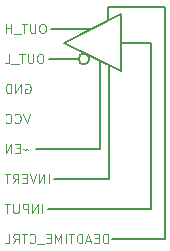
<source format=gbr>
%TF.GenerationSoftware,KiCad,Pcbnew,6.0.2-1.fc35*%
%TF.CreationDate,2022-03-27T16:33:53-04:00*%
%TF.ProjectId,DeadTimeInsertionPCB,44656164-5469-46d6-9549-6e7365727469,rev?*%
%TF.SameCoordinates,Original*%
%TF.FileFunction,Legend,Bot*%
%TF.FilePolarity,Positive*%
%FSLAX46Y46*%
G04 Gerber Fmt 4.6, Leading zero omitted, Abs format (unit mm)*
G04 Created by KiCad (PCBNEW 6.0.2-1.fc35) date 2022-03-27 16:33:53*
%MOMM*%
%LPD*%
G01*
G04 APERTURE LIST*
%ADD10C,0.150000*%
%ADD11C,0.125000*%
G04 APERTURE END LIST*
D10*
X124841000Y-81661000D02*
X124841000Y-72009000D01*
X129540000Y-86741000D02*
X125095000Y-86741000D01*
X129540000Y-67056000D02*
X129540000Y-86741000D01*
X124714000Y-67056000D02*
X129540000Y-67056000D01*
X124714000Y-68199000D02*
X124714000Y-67056000D01*
X128397000Y-70104000D02*
X125857000Y-70104000D01*
X128397000Y-84201000D02*
X128397000Y-70104000D01*
X119634000Y-84201000D02*
X128397000Y-84201000D01*
X120142000Y-81661000D02*
X124841000Y-81661000D01*
X124079000Y-79121000D02*
X124079000Y-71628000D01*
X118618000Y-79121000D02*
X124079000Y-79121000D01*
X119761000Y-71501000D02*
X122224095Y-71501000D01*
X123139905Y-71501000D02*
G75*
G03*
X123139905Y-71501000I-457905J0D01*
G01*
X119888000Y-68961000D02*
X123317000Y-68961000D01*
X125857000Y-72517000D02*
X121031000Y-70104000D01*
X125857000Y-67691000D02*
X125857000Y-72517000D01*
X121031000Y-70104000D02*
X125857000Y-67691000D01*
D11*
X119253345Y-68515080D02*
X119102869Y-68515080D01*
X119027630Y-68552700D01*
X118952392Y-68627938D01*
X118914773Y-68778414D01*
X118914773Y-69041747D01*
X118952392Y-69192223D01*
X119027630Y-69267461D01*
X119102869Y-69305080D01*
X119253345Y-69305080D01*
X119328583Y-69267461D01*
X119403821Y-69192223D01*
X119441440Y-69041747D01*
X119441440Y-68778414D01*
X119403821Y-68627938D01*
X119328583Y-68552700D01*
X119253345Y-68515080D01*
X118576202Y-68515080D02*
X118576202Y-69154604D01*
X118538583Y-69229842D01*
X118500964Y-69267461D01*
X118425726Y-69305080D01*
X118275250Y-69305080D01*
X118200011Y-69267461D01*
X118162392Y-69229842D01*
X118124773Y-69154604D01*
X118124773Y-68515080D01*
X117861440Y-68515080D02*
X117410011Y-68515080D01*
X117635726Y-69305080D02*
X117635726Y-68515080D01*
X117334773Y-69380319D02*
X116732869Y-69380319D01*
X116544773Y-69305080D02*
X116544773Y-68515080D01*
X116544773Y-68891271D02*
X116093345Y-68891271D01*
X116093345Y-69305080D02*
X116093345Y-68515080D01*
X119065250Y-71058880D02*
X118914773Y-71058880D01*
X118839535Y-71096500D01*
X118764297Y-71171738D01*
X118726678Y-71322214D01*
X118726678Y-71585547D01*
X118764297Y-71736023D01*
X118839535Y-71811261D01*
X118914773Y-71848880D01*
X119065250Y-71848880D01*
X119140488Y-71811261D01*
X119215726Y-71736023D01*
X119253345Y-71585547D01*
X119253345Y-71322214D01*
X119215726Y-71171738D01*
X119140488Y-71096500D01*
X119065250Y-71058880D01*
X118388107Y-71058880D02*
X118388107Y-71698404D01*
X118350488Y-71773642D01*
X118312869Y-71811261D01*
X118237630Y-71848880D01*
X118087154Y-71848880D01*
X118011916Y-71811261D01*
X117974297Y-71773642D01*
X117936678Y-71698404D01*
X117936678Y-71058880D01*
X117673345Y-71058880D02*
X117221916Y-71058880D01*
X117447630Y-71848880D02*
X117447630Y-71058880D01*
X117146678Y-71924119D02*
X116544773Y-71924119D01*
X115980488Y-71848880D02*
X116356678Y-71848880D01*
X116356678Y-71058880D01*
X117710964Y-73640300D02*
X117786202Y-73602680D01*
X117899059Y-73602680D01*
X118011916Y-73640300D01*
X118087154Y-73715538D01*
X118124773Y-73790776D01*
X118162392Y-73941252D01*
X118162392Y-74054109D01*
X118124773Y-74204585D01*
X118087154Y-74279823D01*
X118011916Y-74355061D01*
X117899059Y-74392680D01*
X117823821Y-74392680D01*
X117710964Y-74355061D01*
X117673345Y-74317442D01*
X117673345Y-74054109D01*
X117823821Y-74054109D01*
X117334773Y-74392680D02*
X117334773Y-73602680D01*
X116883345Y-74392680D01*
X116883345Y-73602680D01*
X116507154Y-74392680D02*
X116507154Y-73602680D01*
X116319059Y-73602680D01*
X116206202Y-73640300D01*
X116130964Y-73715538D01*
X116093345Y-73790776D01*
X116055726Y-73941252D01*
X116055726Y-74054109D01*
X116093345Y-74204585D01*
X116130964Y-74279823D01*
X116206202Y-74355061D01*
X116319059Y-74392680D01*
X116507154Y-74392680D01*
X118087154Y-76146480D02*
X117823821Y-76936480D01*
X117560488Y-76146480D01*
X116845726Y-76861242D02*
X116883345Y-76898861D01*
X116996202Y-76936480D01*
X117071440Y-76936480D01*
X117184297Y-76898861D01*
X117259535Y-76823623D01*
X117297154Y-76748385D01*
X117334773Y-76597909D01*
X117334773Y-76485052D01*
X117297154Y-76334576D01*
X117259535Y-76259338D01*
X117184297Y-76184100D01*
X117071440Y-76146480D01*
X116996202Y-76146480D01*
X116883345Y-76184100D01*
X116845726Y-76221719D01*
X116055726Y-76861242D02*
X116093345Y-76898861D01*
X116206202Y-76936480D01*
X116281440Y-76936480D01*
X116394297Y-76898861D01*
X116469535Y-76823623D01*
X116507154Y-76748385D01*
X116544773Y-76597909D01*
X116544773Y-76485052D01*
X116507154Y-76334576D01*
X116469535Y-76259338D01*
X116394297Y-76184100D01*
X116281440Y-76146480D01*
X116206202Y-76146480D01*
X116093345Y-76184100D01*
X116055726Y-76221719D01*
X117936678Y-79179328D02*
X117899059Y-79141709D01*
X117823821Y-79104090D01*
X117673345Y-79179328D01*
X117598107Y-79141709D01*
X117560488Y-79104090D01*
X117259535Y-79066471D02*
X116996202Y-79066471D01*
X116883345Y-79480280D02*
X117259535Y-79480280D01*
X117259535Y-78690280D01*
X116883345Y-78690280D01*
X116544773Y-79480280D02*
X116544773Y-78690280D01*
X116093345Y-79480280D01*
X116093345Y-78690280D01*
X119704773Y-82024080D02*
X119704773Y-81234080D01*
X119328583Y-82024080D02*
X119328583Y-81234080D01*
X118877154Y-82024080D01*
X118877154Y-81234080D01*
X118613821Y-81234080D02*
X118350488Y-82024080D01*
X118087154Y-81234080D01*
X117823821Y-81610271D02*
X117560488Y-81610271D01*
X117447630Y-82024080D02*
X117823821Y-82024080D01*
X117823821Y-81234080D01*
X117447630Y-81234080D01*
X116657630Y-82024080D02*
X116920964Y-81647890D01*
X117109059Y-82024080D02*
X117109059Y-81234080D01*
X116808107Y-81234080D01*
X116732869Y-81271700D01*
X116695250Y-81309319D01*
X116657630Y-81384557D01*
X116657630Y-81497414D01*
X116695250Y-81572652D01*
X116732869Y-81610271D01*
X116808107Y-81647890D01*
X117109059Y-81647890D01*
X116431916Y-81234080D02*
X115980488Y-81234080D01*
X116206202Y-82024080D02*
X116206202Y-81234080D01*
X119140488Y-84567880D02*
X119140488Y-83777880D01*
X118764297Y-84567880D02*
X118764297Y-83777880D01*
X118312869Y-84567880D01*
X118312869Y-83777880D01*
X117936678Y-84567880D02*
X117936678Y-83777880D01*
X117635726Y-83777880D01*
X117560488Y-83815500D01*
X117522869Y-83853119D01*
X117485250Y-83928357D01*
X117485250Y-84041214D01*
X117522869Y-84116452D01*
X117560488Y-84154071D01*
X117635726Y-84191690D01*
X117936678Y-84191690D01*
X117146678Y-83777880D02*
X117146678Y-84417404D01*
X117109059Y-84492642D01*
X117071440Y-84530261D01*
X116996202Y-84567880D01*
X116845726Y-84567880D01*
X116770488Y-84530261D01*
X116732869Y-84492642D01*
X116695250Y-84417404D01*
X116695250Y-83777880D01*
X116431916Y-83777880D02*
X115980488Y-83777880D01*
X116206202Y-84567880D02*
X116206202Y-83777880D01*
X124708107Y-87111680D02*
X124708107Y-86321680D01*
X124520011Y-86321680D01*
X124407154Y-86359300D01*
X124331916Y-86434538D01*
X124294297Y-86509776D01*
X124256678Y-86660252D01*
X124256678Y-86773109D01*
X124294297Y-86923585D01*
X124331916Y-86998823D01*
X124407154Y-87074061D01*
X124520011Y-87111680D01*
X124708107Y-87111680D01*
X123918107Y-86697871D02*
X123654773Y-86697871D01*
X123541916Y-87111680D02*
X123918107Y-87111680D01*
X123918107Y-86321680D01*
X123541916Y-86321680D01*
X123240964Y-86885966D02*
X122864773Y-86885966D01*
X123316202Y-87111680D02*
X123052869Y-86321680D01*
X122789535Y-87111680D01*
X122526202Y-87111680D02*
X122526202Y-86321680D01*
X122338107Y-86321680D01*
X122225250Y-86359300D01*
X122150011Y-86434538D01*
X122112392Y-86509776D01*
X122074773Y-86660252D01*
X122074773Y-86773109D01*
X122112392Y-86923585D01*
X122150011Y-86998823D01*
X122225250Y-87074061D01*
X122338107Y-87111680D01*
X122526202Y-87111680D01*
X121849059Y-86321680D02*
X121397630Y-86321680D01*
X121623345Y-87111680D02*
X121623345Y-86321680D01*
X121134297Y-87111680D02*
X121134297Y-86321680D01*
X120758107Y-87111680D02*
X120758107Y-86321680D01*
X120494773Y-86885966D01*
X120231440Y-86321680D01*
X120231440Y-87111680D01*
X119855250Y-86697871D02*
X119591916Y-86697871D01*
X119479059Y-87111680D02*
X119855250Y-87111680D01*
X119855250Y-86321680D01*
X119479059Y-86321680D01*
X119328583Y-87186919D02*
X118726678Y-87186919D01*
X118087154Y-87036442D02*
X118124773Y-87074061D01*
X118237630Y-87111680D01*
X118312869Y-87111680D01*
X118425726Y-87074061D01*
X118500964Y-86998823D01*
X118538583Y-86923585D01*
X118576202Y-86773109D01*
X118576202Y-86660252D01*
X118538583Y-86509776D01*
X118500964Y-86434538D01*
X118425726Y-86359300D01*
X118312869Y-86321680D01*
X118237630Y-86321680D01*
X118124773Y-86359300D01*
X118087154Y-86396919D01*
X117861440Y-86321680D02*
X117410011Y-86321680D01*
X117635726Y-87111680D02*
X117635726Y-86321680D01*
X116695250Y-87111680D02*
X116958583Y-86735490D01*
X117146678Y-87111680D02*
X117146678Y-86321680D01*
X116845726Y-86321680D01*
X116770488Y-86359300D01*
X116732869Y-86396919D01*
X116695250Y-86472157D01*
X116695250Y-86585014D01*
X116732869Y-86660252D01*
X116770488Y-86697871D01*
X116845726Y-86735490D01*
X117146678Y-86735490D01*
X115980488Y-87111680D02*
X116356678Y-87111680D01*
X116356678Y-86321680D01*
M02*

</source>
